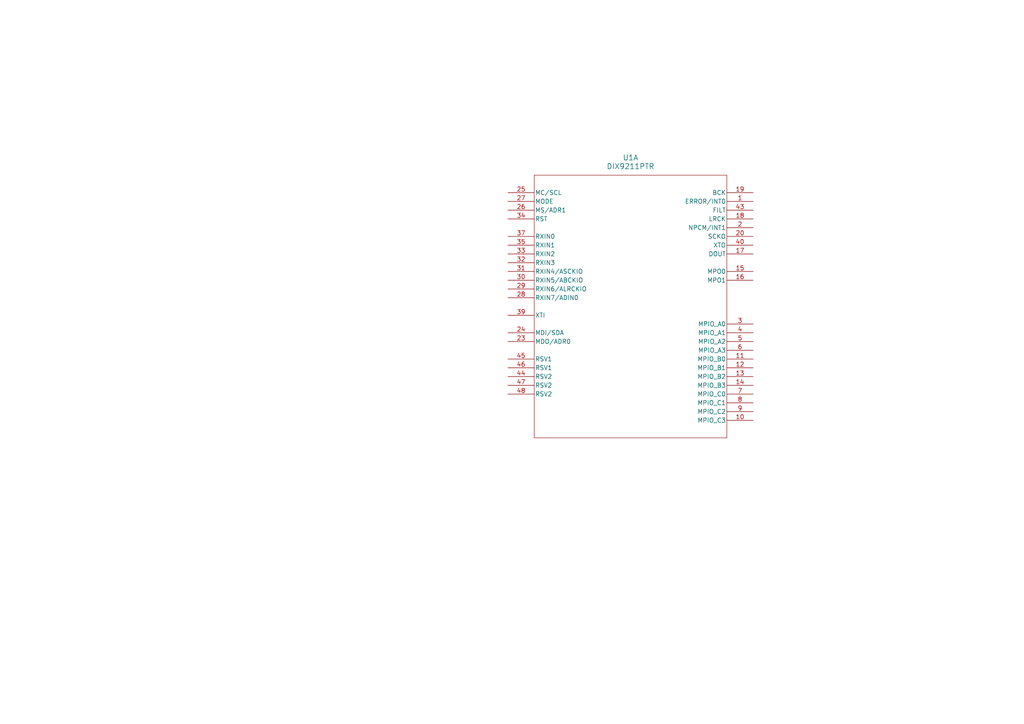
<source format=kicad_sch>
(kicad_sch (version 20231120) (generator "eeschema") (generator_version "8.0")
  (paper "A4")
  (lib_symbols
    (symbol "DIX9211PTR:DIX9211PTR" (pin_names (offset 0.254))
      (property "Reference" "U" (at 35.56 10.16 0))
      (property "Value" "DIX9211PTR" (at 35.56 7.62 0))
      (symbol "DIX9211PTR_1_1"
        (polyline (pts (xy 7.62 -71.12) (xy 63.5 -71.12)) (stroke (width 0.127)))
        (polyline (pts (xy 7.62 5.08) (xy 7.62 -71.12)) (stroke (width 0.127)))
        (polyline (pts (xy 63.5 -71.12) (xy 63.5 5.08)) (stroke (width 0.127)))
        (polyline (pts (xy 63.5 5.08) (xy 7.62 5.08)) (stroke (width 0.127)))
        (pin output line (at 71.12 -2.54 180) (length 7.62) (name "ERROR/INT0") (number "1"))
        (pin bidirectional line (at 71.12 -66.04 180) (length 7.62) (name "MPIO_C3") (number "10"))
        (pin bidirectional line (at 71.12 -48.26 180) (length 7.62) (name "MPIO_B0") (number "11"))
        (pin bidirectional line (at 71.12 -50.8 180) (length 7.62) (name "MPIO_B1") (number "12"))
        (pin bidirectional line (at 71.12 -53.34 180) (length 7.62) (name "MPIO_B2") (number "13"))
        (pin bidirectional line (at 71.12 -55.88 180) (length 7.62) (name "MPIO_B3") (number "14"))
        (pin output line (at 71.12 -22.86 180) (length 7.62) (name "MPO0") (number "15"))
        (pin output line (at 71.12 -25.4 180) (length 7.62) (name "MPO1") (number "16"))
        (pin output line (at 71.12 -17.78 180) (length 7.62) (name "DOUT") (number "17"))
        (pin output line (at 71.12 -7.62 180) (length 7.62) (name "LRCK") (number "18"))
        (pin output line (at 71.12 0 180) (length 7.62) (name "BCK") (number "19"))
        (pin output line (at 71.12 -10.16 180) (length 7.62) (name "NPCM/INT1") (number "2"))
        (pin output line (at 71.12 -12.7 180) (length 7.62) (name "SCKO") (number "20"))
        (pin bidirectional line (at 0 -43.18 0) (length 7.62) (name "MDO/ADR0") (number "23"))
        (pin bidirectional line (at 0 -40.64 0) (length 7.62) (name "MDI/SDA") (number "24"))
        (pin input line (at 0 0 0) (length 7.62) (name "MC/SCL") (number "25"))
        (pin input line (at 0 -5.08 0) (length 7.62) (name "MS/ADR1") (number "26"))
        (pin input line (at 0 -2.54 0) (length 7.62) (name "MODE") (number "27"))
        (pin input line (at 0 -30.48 0) (length 7.62) (name "RXIN7/ADIN0") (number "28"))
        (pin input line (at 0 -27.94 0) (length 7.62) (name "RXIN6/ALRCKIO") (number "29"))
        (pin bidirectional line (at 71.12 -38.1 180) (length 7.62) (name "MPIO_A0") (number "3"))
        (pin input line (at 0 -25.4 0) (length 7.62) (name "RXIN5/ABCKIO") (number "30"))
        (pin input line (at 0 -22.86 0) (length 7.62) (name "RXIN4/ASCKIO") (number "31"))
        (pin input line (at 0 -20.32 0) (length 7.62) (name "RXIN3") (number "32"))
        (pin input line (at 0 -17.78 0) (length 7.62) (name "RXIN2") (number "33"))
        (pin input line (at 0 -7.62 0) (length 7.62) (name "RST") (number "34"))
        (pin input line (at 0 -15.24 0) (length 7.62) (name "RXIN1") (number "35"))
        (pin input line (at 0 -12.7 0) (length 7.62) (name "RXIN0") (number "37"))
        (pin input line (at 0 -35.56 0) (length 7.62) (name "XTI") (number "39"))
        (pin bidirectional line (at 71.12 -40.64 180) (length 7.62) (name "MPIO_A1") (number "4"))
        (pin output line (at 71.12 -15.24 180) (length 7.62) (name "XTO") (number "40"))
        (pin output line (at 71.12 -5.08 180) (length 7.62) (name "FILT") (number "43"))
        (pin unspecified line (at 0 -53.34 0) (length 7.62) (name "RSV2") (number "44"))
        (pin unspecified line (at 0 -48.26 0) (length 7.62) (name "RSV1") (number "45"))
        (pin unspecified line (at 0 -50.8 0) (length 7.62) (name "RSV1") (number "46"))
        (pin unspecified line (at 0 -55.88 0) (length 7.62) (name "RSV2") (number "47"))
        (pin unspecified line (at 0 -58.42 0) (length 7.62) (name "RSV2") (number "48"))
        (pin bidirectional line (at 71.12 -43.18 180) (length 7.62) (name "MPIO_A2") (number "5"))
        (pin bidirectional line (at 71.12 -45.72 180) (length 7.62) (name "MPIO_A3") (number "6"))
        (pin bidirectional line (at 71.12 -58.42 180) (length 7.62) (name "MPIO_C0") (number "7"))
        (pin bidirectional line (at 71.12 -60.96 180) (length 7.62) (name "MPIO_C1") (number "8"))
        (pin bidirectional line (at 71.12 -63.5 180) (length 7.62) (name "MPIO_C2") (number "9"))
      )
      (symbol "DIX9211PTR_2_1"
        (polyline (pts (xy 7.62 -17.78) (xy 33.02 -17.78)) (stroke (width 0.127)))
        (polyline (pts (xy 7.62 5.08) (xy 7.62 -17.78)) (stroke (width 0.127)))
        (polyline (pts (xy 33.02 -17.78) (xy 33.02 5.08)) (stroke (width 0.127)))
        (polyline (pts (xy 33.02 5.08) (xy 7.62 5.08)) (stroke (width 0.127)))
        (pin power_in line (at 0 -10.16 0) (length 7.62) (name "DGND") (number "21"))
        (pin power_in line (at 0 0 0) (length 7.62) (name "DVDD") (number "22"))
        (pin power_in line (at 0 -5.08 0) (length 7.62) (name "VDDRX") (number "36"))
        (pin power_in line (at 0 -12.7 0) (length 7.62) (name "GNDRX") (number "38"))
        (pin power_in line (at 0 -7.62 0) (length 7.62) (name "AGND") (number "41"))
        (pin power_in line (at 0 -2.54 0) (length 7.62) (name "VCC") (number "42"))
      )
    )
  )
  (symbol (lib_id "DIX9211PTR:DIX9211PTR") (at 147.32 55.88 0) (unit 1)
    (property "Reference" "U1" (at 182.88 45.72 0) (effects (font (size 1.524 1.524))))
    (property "Value" "DIX9211PTR" (at 182.88 48.26 0) (effects (font (size 1.524 1.524))))
    (property "Footprint" "PT48" (effects (hide yes)))
    (property "Datasheet" "DIX9211PTR" (effects (hide yes)))
  )
)
</source>
